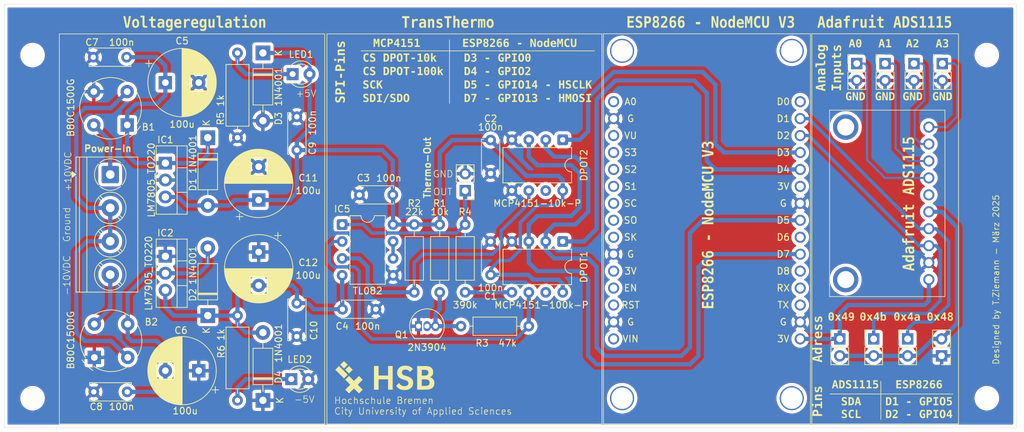
<source format=kicad_pcb>
(kicad_pcb (version 20241229) (generator "pcbnew") (generator_version "9.0")
  (title_block (title "Transistor-Thermometer") (date "2025-01-17") (company "HSB") (comment 1 "M 5.9 ELK WiSe2024/25"))
  (layers (0 "F.Cu" signal) (2 "B.Cu" signal) (13 "F.Paste" user) (15 "B.Paste" user) (5 "F.SilkS" user "F.Silkscreen") (7 "B.SilkS" user "B.Silkscreen") (1 "F.Mask" user) (3 "B.Mask" user) (25 "Edge.Cuts" user))
  (net 0 "")
  (net 2 "0")
  (net 3 "Net-(DPOT1-P0W)")
  (net 4 "Net-(DPOT1-P0A)")
  (net 5 "VEE")
  (net 6 "VCC")
  (net 8 "Net-(DPOT2-P0W)")
  (net 9 "Net-(IC3-D2-GPIO4)")
  (net 15 "/CSP100k")
  (net 17 "Net-(IC3-D1-GPIO5)")
  (net 21 "/CSP10k")
  (net 22 "/HSCLK")
  (net 23 "Net-(IC4-VDD)")
  (net 28 "/HMOSI")
  (net 29 "Net-(B1-+)")
  (net 35 "Net-(LED1-K)")
  (net 36 "Net-(LED2-K)")
  (net 37 "Net-(Q1-B)")
  (net 43 "Net-(IC4-A0)")
  (net 44 "Net-(IC4-A3)")
  (net 46 "Net-(IC4-A2)")
  (net 47 "Net-(IC4-ADDR)")
  (net 49 "Net-(IC4-A1)")
  (net 50 "/Ground")
  (net 51 "/+10V")
  (net 52 "Net-(B2--)")
  (net 53 "/-10V")
  (net 54 "Net-(J2-Pin_1)")
  (net 55 "Net-(IC5B--)")
  (footprint "Connector_PinHeader_2.54mm:PinHeader_1x02_P2.54mm_Vertical" (layer "F.Cu") (at 199.39 46.355)
    (property "Reference" "JP6" (hide yes))
    (property "Value" "Jumper_2_Open" (hide yes))
  )
  (footprint "Diode_THT:D_DO-41_SOD81_P10.16mm_Horizontal" (layer "F.Cu") (at 97.98889 84.1375 90)
    (property "Reference" "D2")
    (property "Value" "1N4001")
  )
  (footprint "Package_DIP:DIP-8_W7.62mm" (layer "F.Cu") (at 151.13 57.785 -90)
    (property "Reference" "DPOT2")
    (property "Value" "MCP4151-10k-P")
  )
  (footprint "Connector_PinHeader_2.54mm:PinHeader_1x02_P2.54mm_Vertical" (layer "F.Cu") (at 197.69 87.63)
    (property "Reference" "JP3" (hide yes))
    (property "Value" "Jumper_2_Open" (hide yes))
  )
  (footprint "Capacitor_THT:C_Disc_D5.0mm_W2.5mm_P5.00mm" (layer "F.Cu") (at 125.69 66.04 180)
    (property "Reference" "C3")
    (property "Value" "100n")
  )
  (footprint "Capacitor_THT:C_Disc_D6.0mm_W2.5mm_P5.00mm" (layer "F.Cu") (at 111.32389 87.2725 90)
    (property "Reference" "C10")
    (property "Value" "100n")
  )
  (footprint "Package_DIP:DIP-8_W7.62mm" (layer "F.Cu") (at 151.13 73.025 -90)
    (property "Reference" "DPOT1")
    (property "Value" "MCP4151-100k-P")
  )
  (footprint "Package_TO_SOT_THT:TO-220-3_Vertical" (layer "F.Cu") (at 91.63889 75.2475 -90)
    (property "Reference" "IC2")
    (property "Value" "LM7905_TO220")
  )
  (footprint "MountingHole:MountingHole_3.2mm_M3" (layer "F.Cu") (at 214.63 45.085)
    (property "Reference" "H2" (hide yes))
    (property "Value" "MountingHole" (hide yes))
  )
  (footprint "Diode_THT:D_DO-41_SOD81_P10.16mm_Horizontal" (layer "F.Cu") (at 97.98889 57.4675 -90)
    (property "Reference" "D1")
    (property "Value" "1N4001")
  )
  (footprint "Resistor_THT:R_Axial_DIN0309_L9.0mm_D3.2mm_P12.70mm_Horizontal" (layer "F.Cu") (at 102.43389 84.1375 -90)
    (property "Reference" "R6")
    (property "Value" "1k")
  )
  (footprint "LED_THT:LED_D3.0mm" (layer "F.Cu") (at 110.49 93.6625)
    (property "Reference" "LED2")
    (property "Value" "LED")
  )
  (footprint "Diode_THT:Diode_Bridge_Round_D9.0mm" (layer "F.Cu") (at 85.92389 55.5625 180)
    (property "Reference" "B1")
    (property "Value" "B80C1500G")
  )
  (footprint "Capacitor_THT:C_Disc_D5.0mm_W2.5mm_P5.00mm" (layer "F.Cu") (at 123.15 83.185 180)
    (property "Reference" "C4")
    (property "Value" "100n")
  )
  (footprint "MountingHole:MountingHole_3.2mm_M3" (layer "F.Cu") (at 71.755 96.52)
    (property "Reference" "H4" (hide yes))
    (property "Value" "MountingHole" (hide yes))
  )
  (footprint "Capacitor_THT:C_Disc_D6.0mm_W2.5mm_P5.00mm" (layer "F.Cu") (at 80.92389 95.5675)
    (property "Reference" "C8")
    (property "Value" "100n")
  )
  (footprint "Resistor_THT:R_Axial_DIN0207_L6.3mm_D2.5mm_P10.16mm_Horizontal" (layer "F.Cu") (at 132.715 70.485 -90)
    (property "Reference" "R1")
    (property "Value" "10k")
  )
  (footprint "Capacitor_THT:CP_Radial_D10.0mm_P5.00mm" (layer "F.Cu") (at 105.60889 74.6125 -90)
    (property "Reference" "C12")
    (property "Value" "100u")
  )
  (footprint "HSB:ESP8266-NodeMCU-V3" (layer "F.Cu") (at 172.72 72.39)
    (property "Reference" "IC3" (hide yes))
    (property "Value" "ESP8266 - NodeMCU V3")
  )
  (footprint "Resistor_THT:R_Axial_DIN0207_L6.3mm_D2.5mm_P10.16mm_Horizontal" (layer "F.Cu") (at 136.525 80.645 90)
    (property "Reference" "R4")
    (property "Value" "390k")
  )
  (footprint "TerminalBlock_Phoenix:TerminalBlock_Phoenix_PT-1,5-4-5.0-H_1x04_P5.00mm_Horizontal" (layer "F.Cu") (at 83.38389 62.9925 -90)
    (property "Reference" "J1" (hide yes))
    (property "Value" "+/- Input (15V-25V)")
  )
  (footprint "HSB:Adafruit-ADS1115" (layer "F.Cu") (at 205.945 78.74 90)
    (property "Reference" "IC4" (hide yes))
    (property "Value" "Adafruit-ADS1115" (hide yes))
  )
  (footprint "Capacitor_THT:C_Disc_D6.0mm_W2.5mm_P5.00mm" (layer "F.Cu") (at 111.32389 59.3325 90)
    (property "Reference" "C9")
    (property "Value" "100n")
  )
  (footprint "Connector_PinHeader_2.54mm:PinHeader_1x02_P2.54mm_Vertical" (layer "F.Cu") (at 203.7225 46.355)
    (property "Reference" "JP7" (hide yes))
    (property "Value" "Jumper_2_Open" (hide yes))
  )
  (footprint "Capacitor_THT:C_Disc_D5.0mm_W2.5mm_P5.00mm" (layer "F.Cu") (at 140.335 78.025 90)
    (property "Reference" "C1")
    (property "Value" "100n")
  )
  (footprint "Diode_THT:D_DO-41_SOD81_P10.16mm_Horizontal" (layer "F.Cu") (at 106.24389 44.7675 -90)
    (property "Reference" "D3")
    (property "Value" "1N4001")
  )
  (footprint "Package_DIP:DIP-8_W7.62mm" (layer "F.Cu") (at 118.11 70.485)
    (property "Reference" "IC5")
    (property "Value" "TL082")
  )
  (footprint "Capacitor_THT:C_Disc_D5.0mm_W2.5mm_P5.00mm" (layer "F.Cu") (at 140.335 57.825 -90)
    (property "Reference" "C2")
    (property "Value" "100n")
  )
  (footprint "Resistor_THT:R_Axial_DIN0207_L6.3mm_D2.5mm_P10.16mm_Horizontal" (layer "F.Cu") (at 128.905 70.485 -90)
    (property "Reference" "R2")
    (property "Value" "22k")
  )
  (footprint "Capacitor_THT:CP_Radial_D10.0mm_P5.00mm" (layer "F.Cu") (at 105.60889 66.820177 90)
    (property "Reference" "C11")
    (property "Value" "100u")
  )
  (footprint "LED_THT:LED_D3.0mm" (layer "F.Cu") (at 110.68889 47.9425)
    (property "Reference" "LED1")
    (property "Value" "LED")
  )
  (footprint "MountingHole:MountingHole_3.2mm_M3" (layer "F.Cu") (at 214.63 96.52)
    (property "Reference" "H3" (hide yes))
    (property "Value" "MountingHole" (hide yes))
  )
  (footprint "Diode_THT:Diode_Bridge_Round_D9.0mm" (layer "F.Cu") (at 81.00389 90.4075 90)
    (property "Reference" "B2")
    (property "Value" "B80C1500G")
  )
  (footprint "Capacitor_THT:C_Disc_D6.0mm_W2.5mm_P5.00mm" (layer "F.Cu") (at 85.84389 45.4025 180)
    (property "Reference" "C7")
    (property "Value" "100n")
  )
  (footprint "HSB:HSB-Logo" (layer "F.Cu") (at 124.46 93.345)
    (property "Reference" "G*" (hide yes))
    (property "Value" "LOGO" (hide yes))
  )
  (footprint "Connector_PinHeader_2.54mm:PinHeader_1x02_P2.54mm_Vertical" (layer "F.Cu") (at 207.85 90.17 180)
    (property "Reference" "JP1" (hide yes))
    (property "Value" "Jumper_2_Bridged" (hide yes))
  )
  (footprint "Connector_PinHeader_2.54mm:PinHeader_1x02_P2.54mm_Vertical" (layer "F.Cu") (at 195.155 46.35)
    (property "Reference" "JP5" (hide yes))
    (property "Value" "Jumper_2_Open" (hide yes))
  )
  (footprint "Capacitor_THT:CP_Radial_D10.0mm_P5.00mm" (layer "F.Cu") (at 91.63889 49.2125)
    (property "Reference" "C5")
    (property "Value" "100u")
  )
  (footprint "Connector_PinHeader_2.54mm:PinHeader_1x02_P2.54mm_Vertical" (layer "F.Cu") (at 192.61 87.63)
    (property "Reference" "JP2" (hide yes))
    (property "Value" "Jumper_2_Open" (hide yes))
  )
  (footprint "Resistor_THT:R_Axial_DIN0207_L6.3mm_D2.5mm_P10.16mm_Horizontal" (layer "F.Cu") (at 135.89 85.725)
    (property "Reference" "R3")
    (property "Value" "47k")
  )
  (footprint "Connector_PinHeader_2.54mm:PinHeader_1x02_P2.54mm_Vertical" (layer "F.Cu") (at 202.77 87.63)
    (property "Reference" "JP4" (hide yes))
    (property "Value" "Jumper_2_Open" (hide yes))
  )
  (footprint "MountingHole:MountingHole_3.2mm_M3" (layer "F.Cu") (at 71.755 45.085)
    (property "Reference" "H1" (hide yes))
    (property "Value" "MountingHole" (hide yes))
  )
  (footprint "Package_TO_SOT_THT:TO-220-3_Vertical" (layer "F.Cu") (at 91.63889 61.2775 -90)
    (property "Reference" "IC1")
    (property "Value" "LM7805_TO220")
  )
  (footprint "Diode_THT:D_DO-41_SOD81_P10.16mm_Horizontal" (layer "F.Cu") (at 106.24389 96.8375 90)
    (property "Reference" "D4")
    (property "Value" "1N4001")
  )
  (footprint "Connector_PinHeader_2.54mm:PinHeader_1x02_P2.54mm_Vertical" (layer "F.Cu") (at 207.9625 46.355)
    (property "Reference" "JP8" (hide yes))
    (property "Value" "Jumper_2_Open" (hide yes))
  )
  (footprint "Package_TO_SOT_THT:TO-92_Inline" (layer "F.Cu") (at 129.54 85.725)
    (property "Reference" "Q1")
    (property "Value" "2N3904")
  )
  (footprint "Resistor_THT:R_Axial_DIN0309_L9.0mm_D3.2mm_P12.70mm_Horizontal" (layer "F.Cu") (at 102.43389 57.4675 90)
    (property "Reference" "R5")
    (property "Value" "1k")
  )
  (footprint "Connector_PinHeader_2.54mm:PinHeader_1x02_P2.54mm_Vertical" (layer "F.Cu") (at 136.525 65.41 180)
    (property "Reference" "J2" (hide yes))
    (property "Value" "Conn_01x02_Socket" (hide yes))
  )
  (footprint "Capacitor_THT:CP_Radial_D10.0mm_P5.00mm" (layer "F.Cu") (at 96.63889 92.3925 180)
    (property "Reference" "C6")
    (property "Value" "100u")
  )
  (gr_line (start 120.9675 44.45) (end 155.8925 44.45) (stroke (width 0.1)) (layer "F.SilkS"))
  (gr_line (start 134.181185 42.798522) (end 134.181185 52.323522) (stroke (width 0.1)) (layer "F.SilkS"))
  (gr_line (start 191.135 95.885) (end 209.55 95.885) (stroke (width 0.1)) (layer "F.SilkS"))
  (gr_rect (start 115.83 41.91) (end 156.99254 100.41) (stroke (width 0.1)) (fill no) (layer "F.SilkS"))
  (gr_line (start 198.755 93.98) (end 198.755 99.695) (stroke (width 0.1)) (layer "F.SilkS"))
  (gr_rect (start 188.425 41.89) (end 210.39 100.39) (stroke (width 0.1)) (fill no) (layer "F.SilkS"))
  (gr_rect (start 75.76389 41.91) (end 115.497643 100.41) (stroke (width 0.1)) (fill no) (layer "F.SilkS"))
  (gr_poly (pts (xy 67.515 37.465) (xy 219.075 37.465) (xy 219.075 100.965) (xy 67.515 100.965)) (stroke (width 0.05)) (fill no) (layer "Edge.Cuts"))
  (gr_text "OUT" (at 131.681729 66.160478 0) (layer "F.SilkS") (effects (font (size 1 1) (thickness 0.1)) (justify left bottom)))
  (gr_text "0x4a" (at 200.66 85.09 0) (layer "F.SilkS") (effects (font (size 1.2 1.2) (thickness 0.24) (bold yes)) (justify left bottom)))
  (gr_text "Power-In" (at 79.375 59.69 0) (layer "F.SilkS") (effects (font (size 1 1) (thickness 0.2) (bold yes)) (justify left bottom)))
  (gr_text "A0" (at 194.95 44.1325 0) (layer "F.SilkS") (effects (font (size 1.2 1.2) (thickness 0.24) (bold yes)) (justify bottom)))
  (gr_text "Pins" (at 190.198861 96.973833 90) (layer "F.SilkS") (effects (font (size 1.4 1.4) (thickness 0.2) (bold yes)) (justify bottom)))
  (gr_text "ESP8266 - NodeMCU V3" (at 173.99 83.185 90) (layer "F.SilkS") (effects (font (size 1.7 1.5) (thickness 0.3) (bold yes)) (justify left bottom)))
  (gr_text "Hochschule Bremen\nCity University of Applied Sciences" (at 116.84 99.06 0) (layer "F.SilkS") (effects (font (size 1 1) (thickness 0.1)) (justify left bottom)))
  (gr_text "Ground" (at 77.47 70.485 90) (layer "F.SilkS") (effects (font (size 1 1) (thickness 0.1)) (justify bottom)))
  (gr_text "Adafruit ADS1115" (at 189.23 41.275 0) (layer "F.SilkS") (effects (font (size 1.7 1.5) (thickness 0.3) (bold yes)) (justify left bottom)))
  (gr_text "Voltageregulation" (at 85.28889 41.275 0) (layer "F.SilkS") (effects (font (size 1.7 1.5) (thickness 0.3) (bold yes)) (justify left bottom)))
  (gr_text "0x49" (at 190.8175 85.09 0) (layer "F.SilkS") (effects (font (size 1.2 1.2) (thickness 0.24) (bold yes)) (justify left bottom)))
  (gr_text "SCL" (at 194.31 99.695 0) (layer "F.SilkS") (effects (font (size 1.2 1.2) (thickness 0.24) (bold yes)) (justify bottom)))
  (gr_text "GND" (at 194.945 52.07 0) (layer "F.SilkS") (effects (font (size 1.2 1.2) (thickness 0.24) (bold yes)) (justify bottom)))
  (gr_text "+10VDC" (at 77.65389 62.5525 90) (layer "F.SilkS") (effects (font (size 1 1) (thickness 0.1)) (justify bottom)))
  (gr_text "CS DPOT-10k    D3 - GPIO0\nCS DPOT-100k   D4 - GPIO2\nSCK            D5 - GPIO14 - HSCLK\nSDI/SDO        D7 - GPIO13 - HMOSI\n" (at 121.163685 52.323522 0) (layer "F.SilkS") (effects (font (size 1.2 1.2) (thickness 0.24) (bold yes)) (justify left bottom)))
  (gr_text "D2 - GPIO4" (at 204.47 99.695 0) (layer "F.SilkS") (effects (font (size 1.2 1.2) (thickness 0.24) (bold yes)) (justify bottom)))
  (gr_text "ADS1115" (at 194.945 95.25 0) (layer "F.SilkS") (effects (font (size 1.2 1.2) (thickness 0.24) (bold yes)) (justify bottom)))
  (gr_text "0x4b" (at 195.58 85.09 0) (layer "F.SilkS") (effects (font (size 1.2 1.2) (thickness 0.24) (bold yes)) (justify left bottom)))
  (gr_text "Analog\nInputs" (at 193.04 46.99 90) (layer "F.SilkS") (effects (font (size 1.4 1.4) (thickness 0.2) (bold yes)) (justify bottom)))
  (gr_text "GND" (at 131.625657 63.497061 0) (layer "F.SilkS") (effects (font (size 1 1) (thickness 0.1)) (justify left bottom)))
  (gr_text "ESP8266 - NodeMCU" (at 136.086185 44.068522 0) (layer "F.SilkS") (effects (font (size 1.2 1.2) (thickness 0.2) (bold yes)) (justify left bottom)))
  (gr_text "-10VDC" (at 77.47 78.105 90) (layer "F.SilkS") (effects (font (size 1 1) (thickness 0.1)) (justify bottom)))
  (gr_text "+5V" (at 111.125 51.435 0) (layer "F.SilkS") (effects (font (size 1 1) (thickness 0.1)) (justify left bottom)))
  (gr_text "-5V" (at 110.862883 97.287051 0) (layer "F.SilkS") (effects (font (size 1 1) (thickness 0.1)) (justify left bottom)))
  (gr_text "GND" (at 203.5175 52.07 0) (layer "F.SilkS") (effects (font (size 1.2 1.2) (thickness 0.24) (bold yes)) (justify bottom)))
  (gr_text "ESP8266" (at 204.47 95.25 0) (layer "F.SilkS") (effects (font (size 1.2 1.2) (thickness 0.24) (bold yes)) (justify bottom)))
  (gr_text "MCP4151" (at 122.751185 44.068522 0) (layer "F.SilkS") (effects (font (size 1.2 1.2) (thickness 0.2) (bold yes)) (justify left bottom)))
  (gr_text "Designed by T.Ziemann - März 2025" (at 216.535 78.74 90) (layer "F.SilkS") (effects (font (size 0.9 0.9) (thickness 0.1125)) (justify bottom)))
  (gr_text "GND" (at 207.9625 52.07 0) (layer "F.SilkS") (effects (font (size 1.2 1.2) (thickness 0.24) (bold yes)) (justify bottom)))
  (gr_text "Adafruit ADS1115" (at 204.04 77.47 90) (layer "F.SilkS") (effects (font (size 1.7 1.5) (thickness 0.3) (bold yes)) (justify left bottom)))
  (gr_text "Thermo-Out" (at 131.445 66.675 90) (layer "F.SilkS") (effects (font (size 1 1) (thickness 0.2) (bold yes)) (justify left bottom)))
  (gr_text "Adress" (at 190.200268 87.63 90) (layer "F.SilkS") (effects (font (size 1.4 1.4) (thickness 0.2) (bold yes)) (justify bottom)))
  (gr_text "ESP8266 - NodeMCU V3" (at 160.655 41.275 0) (layer "F.SilkS") (effects (font (size 1.7 1.5) (thickness 0.3) (bold yes)) (justify left bottom)))
  (gr_text "A1" (at 199.39 44.1325 0) (layer "F.SilkS") (effects (font (size 1.2 1.2) (thickness 0.24) (bold yes)) (justify bottom)))
  (gr_text "D1 - GPIO5" (at 204.47 97.79 0) (layer "F.SilkS") (effects (font (size 1.2 1.2) (thickness 0.24) (bold yes)) (justify bottom)))
  (gr_text "GND" (at 199.39 52.07 0) (layer "F.SilkS") (effects (font (size 1.2 1.2) (thickness 0.24) (bold yes)) (justify bottom)))
  (gr_text "A2" (at 203.5175 44.1325 0) (layer "F.SilkS") (effects (font (size 1.2 1.2) (thickness 0.24) (bold yes)) (justify bottom)))
  (gr_text "SDA" (at 194.31 97.79 0) (layer "F.SilkS") (effects (font (size 1.2 1.2) (thickness 0.24) (bold yes)) (justify bottom)))
  (gr_text "0x48" (at 207.645 85.09 0) (layer "F.SilkS") (effects (font (size 1.2 1.2) (thickness 0.24) (bold yes)) (justify bottom)))
  (gr_text "A3" (at 207.9625 44.1325 0) (layer "F.SilkS") (effects (font (size 1.2 1.2) (thickness 0.24) (bold yes)) (justify bottom)))
  (gr_text "TransThermo" (at 127 41.275 0) (layer "F.SilkS") (effects (font (size 1.7 1.5) (thickness 0.3) (bold yes)) (justify left bottom)))
  (gr_text "SPI-Pins" (at 118.745 52.323522 90) (layer "F.SilkS") (effects (font (size 1.4 1.4) (thickness 0.2) (bold yes)) (justify left bottom)))
  (segment (start 105.60889 71.755) (end 105.60889 74.6125) (width 0.508) (layer "B.Cu") (net 2))
  (segment (start 125.73 78.105) (end 119.38 71.755) (width 0.508) (layer "B.Cu") (net 2))
  (segment (start 119.38 71.755) (end 105.60889 71.755) (width 0.508) (layer "B.Cu") (net 2))
  (segment (start 122.555 87.63) (end 144.145 87.63) (width 0.508) (layer "B.Cu") (net 3))
  (segment (start 116.205 73.66) (end 116.205 76.2) (width 0.508) (layer "B.Cu") (net 3))
  (segment (start 118.11 73.025) (end 116.84 73.025) (width 0.508) (layer "B.Cu") (net 3))
  (segment (start 116.84 76.835) (end 120.015 76.835) (width 0.508) (layer "B.Cu") (net 3))
  (segment (start 116.205 76.2) (end 116.84 76.835) (width 0.508) (layer "B.Cu") (net 3))
  (segment (start 120.65 77.47) (end 120.65 85.725) (width 0.508) (layer "B.Cu") (net 3))
  (segment (start 144.145 87.63) (end 146.05 85.725) (width 0.508) (layer "B.Cu") (net 3))
  (segment (start 116.84 73.025) (end 116.205 73.66) (width 0.508) (layer "B.Cu") (net 3))
  (segment (start 120.015 76.835) (end 120.65 77.47) (width 0.508) (layer "B.Cu") (net 3))
  (segment (start 120.65 85.725) (end 122.555 87.63) (width 0.508) (layer "B.Cu") (net 3))
  (segment (start 146.05 85.725) (end 146.05 80.645) (width 0.635) (layer "B.Cu") (net 3))
  (segment (start 143.51 80.645) (end 136.525 80.645) (width 0.635) (layer "B.Cu") (net 4))
  (segment (start 110.60889 79.6125) (end 111.32389 80.3275) (width 0.635) (layer "B.Cu") (net 5))
  (segment (start 111.32389 80.3275) (end 111.32389 82.2725) (width 0.635) (layer "B.Cu") (net 5))
  (segment (start 105.60889 79.6125) (end 110.60889 79.6125) (width 0.635) (layer "B.Cu") (net 5))
  (segment (start 118.11 78.105) (end 118.11 83.145) (width 0.635) (layer "B.Cu") (net 5))
  (segment (start 113.86389 83.185) (end 112.95139 82.2725) (width 0.635) (layer "B.Cu") (net 5))
  (segment (start 102.43389 80.9625) (end 103.78389 79.6125) (width 0.635) (layer "B.Cu") (net 5))
  (segment (start 102.43389 84.1375) (end 102.43389 85.4075) (width 0.635) (layer "B.Cu") (net 5))
  (segment (start 103.78389 79.6125) (end 105.60889 79.6125) (width 0.635) (layer "B.Cu") (net 5))
  (segment (start 103.70389 86.6775) (end 106.24389 86.6775) (width 0.635) (layer "B.Cu") (net 5))
  (segment (start 97.98889 84.1375) (end 102.43389 84.1375) (width 0.635) (layer "B.Cu") (net 5))
  (segment (start 102.43389 84.1375) (end 102.43389 80.9625) (width 0.635) (layer "B.Cu") (net 5))
  (segment (start 102.43389 85.4075) (end 103.70389 86.6775) (width 0.635) (layer "B.Cu") (net 5))
  (segment (start 92.90889 84.1375) (end 97.98889 84.1375) (width 0.635) (layer "B.Cu") (net 5))
  (segment (start 91.63889 80.3275) (end 91.63889 82.8675) (width 0.635) (layer "B.Cu") (net 5))
  (segment (start 91.63889 82.8675) (end 92.90889 84.1375) (width 0.635) (layer "B.Cu") (net 5))
  (segment (start 112.95139 82.2725) (end 111.32389 82.2725) (width 0.635) (layer "B.Cu") (net 5))
  (segment (start 118.11 83.145) (end 118.15 83.185) (width 0.635) (layer "B.Cu") (net 5))
  (segment (start 118.15 83.185) (end 113.86389 83.185) (width 0.635) (layer "B.Cu") (net 5))
  (segment (start 125.73 70.485) (end 125.73 66.08) (width 0.635) (layer "B.Cu") (net 6))
  (segment (start 146.685 78.74) (end 145.97 78.025) (width 0.635) (layer "B.Cu") (net 6))
  (segment (start 91.63889 66.3575) (end 93.54389 66.3575) (width 0.635) (layer "B.Cu") (net 6))
  (segment (start 151.13 66.675) (end 150.1775 67.6275) (width 0.508) (layer "B.Cu") (net 6))
  (segment (start 145.97 78.025) (end 140.335 78.025) (width 0.635) (layer "B.Cu") (net 6))
  (segment (start 132.715 70.485) (end 132.715 59.69) (width 0.635) (layer "B.Cu") (net 6))
  (segment (start 125.69 66.04) (end 125.69 60.92) (width 0.635) (layer "B.Cu") (net 6))
  (segment (start 150.495 78.74) (end 146.685 78.74) (width 0.635) (layer "B.Cu") (net 6))
  (segment (start 113.22889 56.1975) (end 113.22889 47.9425) (width 0.635) (layer "B.Cu") (net 6))
  (segment (start 101.16389 67.6275) (end 101.971213 66.820177) (width 0.635) (layer "B.Cu") (net 6))
  (segment (start 145.6925 63.1825) (end 150.495 63.1825) (width 0.635) (layer "B.Cu") (net 6))
  (segment (start 150.495 63.1825) (end 151.13 63.8175) (width 0.635) (layer "B.Cu") (net 6))
  (segment (start 143.1925 75.8825) (end 141.605 75.8825) (width 0.508) (layer "B.Cu") (net 6))
  (segment (start 151.13 79.375) (end 150.495 78.74) (width 0.635) (layer "B.Cu") (net 6))
  (segment (start 134.58 57.825) (end 140.335 57.825) (width 0.635) (layer "B.Cu") (net 6))
  (segment (start 132.715 59.69) (end 134.58 57.825) (width 0.635) (layer "B.Cu") (net 6))
  (segment (start 151.13 80.645) (end 151.13 79.375) (width 0.635) (layer "B.Cu") (net 6))
  (segment (start 132.715 70.485) (end 128.905 70.485) (width 0.635) (layer "B.Cu") (net 6))
  (segment (start 97.98889 67.6275) (end 101.16389 67.6275) (width 0.635) (layer "B.Cu") (net 6))
  (segment (start 140.335 77.1525) (end 140.335 78.025) (width 0.508) (layer "B.Cu") (net 6))
  (segment (start 125.73 66.08) (end 125.69 66.04) (width 0.635) (layer "B.Cu") (net 6))
  (segment (start 110.226213 66.820177) (end 111.32389 65.7225) (width 0.635) (layer "B.Cu") (net 6))
  (segment (start 150.1775 67.6275) (end 147.32 67.6275) (width 0.508) (layer "B.Cu") (net 6))
  (segment (start 105.60889 66.820177) (end 110.226213 66.820177) (width 0.635) (layer "B.Cu") (net 6))
  (segment (start 111.32389 58.1025) (end 113.22889 56.1975) (width 0.635) (layer "B.Cu") (net 6))
  (segment (start 151.13 65.405) (end 151.13 66.675) (width 0.508) (layer "B.Cu") (net 6))
  (segment (start 151.13 63.8175) (end 151.13 65.405) (width 0.635) (layer "B.Cu") (net 6))
  (segment (start 111.32389 59.3325) (end 111.32389 58.1025) (width 0.635) (layer "B.Cu") (net 6))
  (segment (start 113.22889 46.0375) (end 111.95889 44.7675) (width 0.635) (layer "B.Cu") (net 6))
  (segment (start 111.95889 44.7675) (end 106.24389 44.7675) (width 0.635) (layer "B.Cu") (net 6))
  (segment (start 140.335 57.825) (end 145.6925 63.1825) (width 0.635) (layer "B.Cu") (net 6))
  (segment (start 144.78 70.1675) (end 144.78 74.295) (width 0.508) (layer "B.Cu") (net 6))
  (segment (start 147.32 67.6275) (end 144.78 70.1675) (width 0.508) (layer "B.Cu") (net 6))
  (segment (start 113.22889 47.9425) (end 113.22889 46.0375) (width 0.635) (layer "B.Cu") (net 6))
  (segment (start 128.905 70.485) (end 125.73 70.485) (width 0.635) (layer "B.Cu") (net 6))
  (segment (start 93.54389 66.3575) (end 94.81389 67.6275) (width 0.635) (layer "B.Cu") (net 6))
  (segment (start 111.32389 65.7225) (end 111.32389 59.3325) (width 0.635) (layer "B.Cu") (net 6))
  (segment (start 94.81389 67.6275) (end 97.98889 67.6275) (width 0.635) (layer "B.Cu") (net 6))
  (segment (start 141.605 75.8825) (end 140.335 77.1525) (width 0.508) (layer "B.Cu") (net 6))
  (segment (start 125.69 60.92) (end 124.1025 59.3325) (width 0.635) (layer "B.Cu") (net 6))
  (segment (start 101.971213 66.820177) (end 105.60889 66.820177) (width 0.635) (layer "B.Cu") (net 6))
  (segment (start 144.78 74.295) (end 143.1925 75.8825) (width 0.508) (layer "B.Cu") (net 6))
  (segment (start 124.1025 59.3325) (end 111.32389 59.3325) (width 0.635) (layer "B.Cu") (net 6))
  (segment (start 141.9225 73.66) (end 140.6525 74.93) (width 0.508) (layer "B.Cu") (net 8))
  (segment (start 146.05 65.405) (end 146.05 67.31) (width 0.508) (layer "B.Cu") (net 8))
  (segment (start 141.9225 71.4375) (end 141.9225 73.66) (width 0.508) (layer "B.Cu") (net 8))
  (segment (start 146.05 67.31) (end 141.9225 71.4375) (width 0.508) (layer "B.Cu") (net 8))
  (segment (start 120.65 75.565) (end 121.92 76.835) (width 0.635) (layer "B.Cu") (net 8))
  (segment (start 140.6525 74.93) (end 130.175 74.93) (width 0.508) (layer "B.Cu") (net 8))
  (segment (start 130.175 74.93) (end 128.905 76.2) (width 0.508) (layer "B.Cu") (net 8))
  (segment (start 121.92 79.375) (end 123.19 80.645) (width 0.635) (layer "B.Cu") (net 8))
  (segment (start 121.92 76.835) (end 121.92 79.375) (width 0.635) (layer "B.Cu") (net 8))
  (segment (start 128.905 76.2) (end 128.905 80.645) (width 0.508) (layer "B.Cu") (net 8))
  (segment (start 118.11 75.565) (end 120.65 75.565) (width 0.635) (layer "B.Cu") (net 8))
  (segment (start 123.19 80.645) (end 128.905 80.645) (width 0.635) (layer "B.Cu") (net 8))
  (segment (start 207.01 73.66) (end 207.645 74.295) (width 0.508) (layer "B.Cu") (net 9))
  (segment (start 186.69 57.15) (end 187.96 57.15) (width 0.508) (layer "B.Cu") (net 9))
  (segment (start 207.645 81.915) (end 205.74 83.82) (width 0.508) (layer "B.Cu") (net 9))
  (segment (start 207.645 74.295) (end 207.645 81.915) (width 0.508) (layer "B.Cu") (net 9))
  (segment (start 187.96 57.15) (end 204.47 73.66) (width 0.508) (layer "B.Cu") (net 9))
  (segment (start 197.69 84.885) (end 197.69 87.63) (width 0.508) (layer "B.Cu") (net 9))
  (segment (start 204.47 73.66) (end 205.945 73.66) (width 0.508) (layer "B.Cu") (net 9))
  (segment (start 198.755 83.82) (end 197.69 84.885) (width 0.508) (layer "B.Cu") (net 9))
  (segment (start 205.74 83.82) (end 198.755 83.82) (width 0.508) (layer "B.Cu") (net 9))
  (segment (start 205.945 73.66) (end 207.01 73.66) (width 0.508) (layer "B.Cu") (net 9))
  (segment (start 159.024066 48.895) (end 156.21 51.709066) (width 0.635) (layer "B.Cu") (net 15))
  (segment (start 172.72 60.96) (end 172.72 50.8) (width 0.635) (layer "B.Cu") (net 15))
  (segment (start 186.69 62.23) (end 173.99 62.23) (width 0.635) (layer "B.Cu") (net 15))
  (segment (start 170.815 48.895) (end 159.024066 48.895) (width 0.635) (layer "B.Cu") (net 15))
  (segment (start 156.21 71.12) (end 154.305 73.025) (width 0.635) (layer "B.Cu") (net 15))
  (segment (start 151.13 73.025) (end 154.305 73.025) (width 0.635) (layer "B.Cu") (net 15))
  (segment (start 173.99 62.23) (end 172.72 60.96) (width 0.635) (layer "B.Cu") (net 15))
  (segment (start 156.21 51.709066) (end 156.21 71.12) (width 0.635) (layer "B.Cu") (net 15))
  (segment (start 172.72 50.8) (end 170.815 48.895) (width 0.635) (layer "B.Cu") (net 15))
  (segment (start 187.96 54.61) (end 204.47 71.12) (width 0.508) (layer "B.Cu") (net 17))
  (segment (start 205.945 71.12) (end 207.01 71.12) (width 0.508) (layer "B.Cu") (net 17))
  (segment (start 207.01 71.12) (end 208.915 73.025) (width 0.508) (layer "B.Cu") (net 17))
  (segment (start 186.69 54.61) (end 187.96 54.61) (width 0.508) (layer "B.Cu") (net 17))
  (segment (start 204.47 71.12) (end 205.945 71.12) (width 0.508) (layer "B.Cu") (net 17))
  (segment (start 208.915 82.55) (end 206.375 85.09) (width 0.508) (layer "B.Cu") (net 17))
  (segment (start 206.375 85.09) (end 203.835 85.09) (width 0.508) (layer "B.Cu") (net 17))
  (segment (start 203.835 85.09) (end 202.77 86.155) (width 0.508) (layer "B.Cu") (net 17))
  (segment (start 208.915 73.025) (end 208.915 82.55) (width 0.508) (layer "B.Cu") (net 17))
  (segment (start 202.77 86.155) (end 202.77 87.63) (width 0.508) (layer "B.Cu") (net 17))
  (segment (start 186.69 59.69) (end 175.26 59.69) (width 0.635) (layer "B.Cu") (net 21))
  (segment (start 154.94 51.435) (end 154.94 56.515) (width 0.635) (layer "B.Cu") (net 21))
  (segment (start 154.94 56.515) (end 153.67 57.785) (width 0.635) (layer "B.Cu") (net 21))
  (segment (start 172.085 47.625) (end 158.75 47.625) (width 0.635) (layer "B.Cu") (net 21))
  (segment (start 158.75 47.625) (end 154.94 51.435) (width 0.635) (layer "B.Cu") (net 21))
  (segment (start 175.26 59.69) (end 173.99 58.42) (width 0.635) (layer "B.Cu") (net 21))
  (segment (start 173.99 49.53) (end 172.085 47.625) (width 0.635) (layer "B.Cu") (net 21))
  (segment (start 173.99 58.42) (end 173.99 49.53) (width 0.635) (layer "B.Cu") (net 21))
  (segment (start 153.67 57.785) (end 151.13 57.785) (width 0.635) (layer "B.Cu") (net 21))
  (segment (start 156.21 76.835) (end 156.21 88.9) (width 0.635) (layer "B.Cu") (net 22))
  (segment (start 168.91 90.17) (end 170.18 88.9) (width 0.635) (layer "B.Cu") (net 22))
  (segment (start 170.18 71.755) (end 172.085 69.85) (width 0.635) (layer "B.Cu") (net 22))
  (segment (start 153.035 70.485) (end 154.94 68.58) (width 0.635) (layer "B.Cu") (net 22))
  (segment (start 154.94 62.23) (end 153.035 60.325) (width 0.635) (layer "B.Cu") (net 22))
  (segment (start 170.18 88.9) (end 170.18 71.755) (width 0.635) (layer "B.Cu") (net 22))
  (segment (start 149.86 60.325) (end 148.59 59.055) (width 0.635) (layer "B.Cu") (net 22))
  (segment (start 156.21 88.9) (end 157.48 90.17) (width 0.635) (layer "B.Cu") (net 22))
  (segment (start 148.59 73.025) (end 148.59 74.295) (width 0.635) (layer "B.Cu") (net 22))
  (segment (start 172.085 69.85) (end 186.69 69.85) (width 0.635) (layer "B.Cu") (net 22))
  (segment (start 148.59 59.055) (end 148.59 57.785) (width 0.635) (layer "B.Cu") (net 22))
  (segment (start 154.94 75.565) (end 156.21 76.835) (width 0.635) (layer "B.Cu") (net 22))
  (segment (start 154.94 68.58) (end 154.94 62.23) (width 0.635) (layer "B.Cu") (net 22))
  (segment (start 148.59 73.025) (end 148.59 71.755) (width 0.635) (layer "B.Cu") (net 22))
  (segment (start 149.86 75.565) (end 154.94 75.565) (width 0.635) (layer "B.Cu") (net 22))
  (segment (start 157.48 90.17) (end 168.91 90.17) (width 0.635) (layer "B.Cu") (net 22))
  (segment (start 148.59 74.295) (end 149.86 75.565) (width 0.635) (layer "B.Cu") (net 22))
  (segment (start 149.86 70.485) (end 153.035 70.485) (width 0.635) (layer "B.Cu") (net 22))
  (segment (start 148.59 71.755) (end 149.86 70.485) (width 0.635) (layer "B.Cu") (net 22))
  (segment (start 153.035 60.325) (end 149.86 60.325) (width 0.635) (layer "B.Cu") (net 22))
  (segment (start 193.88 82.55) (end 205.31 82.55) (width 0.635) (layer "B.Cu") (net 23))
  (segment (start 205.31 82.55) (end 205.945 81.915) (width 0.635) (layer "B.Cu") (net 23))
  (segment (start 186.895 87.63) (end 192.61 87.63) (width 0.635) (layer "B.Cu") (net 23))
  (segment (start 205.945 81.915) (end 205.945 78.74) (width 0.635) (layer "B.Cu") (net 23))
  (segment (start 192.61 87.63) (end 192.61 83.82) (width 0.635) (layer "B.Cu") (net 23))
  (segment (start 192.61 83.82) (end 193.88 82.55) (width 0.635) (layer "B.Cu") (net 23))
  (segment (start 173.355 74.93) (end 186.69 74.93) (width 0.635) (layer "B.Cu") (net 28))
  (segment (start 156.21 91.44) (end 170.18 91.44) (width 0.635) (layer "B.Cu") (net 28))
  (segment (start 147.32 61.595) (end 152.4 61.595) (width 0.635) (layer "B.Cu") (net 28))
  (segment (start 171.45 90.17) (end 171.45 76.835) (width 0.635) (layer "B.Cu") (net 28))
  (segment (start 153.67 62.865) (end 153.67 67.945) (width 0.635) (layer "B.Cu") (net 28))
  (segment (start 146.05 60.325) (end 147.32 61.595) (width 0.635) (layer "B.Cu") (net 28))
  (segment (start 147.32 77.47) (end 153.67 77.47) (width 0.635) (layer "B.Cu") (net 28))
  (segment (start 147.32 69.215) (end 146.05 70.485) (width 0.635) (layer "B.Cu") (net 28))
  (segment (start 152.4 69.215) (end 147.32 69.215) (width 0.635) (layer "B.Cu") (net 28))
  (segment (start 154.94 78.74) (end 154.94 90.17) (width 0.635) (layer "B.Cu") (net 28))
  (segment (start 170.18 91.44) (end 171.45 90.17) (width 0.635) (layer "B.Cu") (net 28))
  (segment (start 146.05 73.025) (end 146.05 76.2) (width 0.635) (layer "B.Cu") (net 28))
  (segment (start 146.05 76.2) (end 147.32 77.47) (width 0.635) (layer "B.Cu") (net 28))
  (segment (start 154.94 90.17) (end 156.21 91.44) (width 0.635) (layer "B.Cu") (net 28))
  (segment (start 146.05 57.785) (end 146.05 60.325) (width 0.635) (layer "B.Cu") (net 28))
  (segment (start 171.45 76.835) (end 173.355 74.93) (width 0.635) (layer "B.Cu") (net 28))
  (segment (start 153.67 77.47) (end 154.94 78.74) (width 0.635) (layer "B.Cu") (net 28))
  (segment (start 152.4 61.595) (end 153.67 62.865) (width 0.635) (layer "B.Cu") (net 28))
  (segment (start 153.67 67.945) (end 152.4 69.215) (width 0.635) (layer "B.Cu") (net 28))
  (segment (start 146.05 70.485) (end 146.05 73.025) (width 0.635) (layer "B.Cu") (net 28))
  (segment (start 91.63889 46.6725) (end 91.63889 49.2125) (width 0.635) (layer "B.Cu") (net 29))
  (segment (start 91.63889 61.2775) (end 96.71889 61.2775) (width 0.635) (layer "B.Cu") (net 29))
  (segment (start 85.84389 45.4025) (end 90.36889 45.4025) (width 0.635) (layer "B.Cu") (net 29))
  (segment (start 85.92389 55.5625) (end 85.92389 60.0075) (width 0.635) (layer "B.Cu") (net 29))
  (segment (start 96.71889 61.2775) (end 97.98889 60.0075) (width 0.635) (layer "B.Cu") (net 29))
  (segment (start 90.36889 45.4025) (end 91.63889 46.6725) (width 0.635) (layer "B.Cu") (net 29))
  (segment (start 90.36889 52.3875) (end 87.19389 52.3875) (width 0.635) (layer "B.Cu") (net 29))
  (segment (start 97.98889 60.0075) (end 97.98889 57.4675) (width 0.635) (layer "B.Cu") (net 29))
  (segment (start 85.92389 53.6575) (end 85.92389 55.5625) (width 0.635) (layer "B.Cu") (net 29))
  (segment (start 91.63889 51.1175) (end 90.36889 52.3875) (width 0.635) (layer "B.Cu") (net 29))
  (segment (start 85.92389 60.0075) (end 87.19389 61.2775) (width 0.635) (layer "B.Cu") (net 29))
  (segment (start 87.19389 61.2775) (end 91.63889 61.2775) (width 0.635) (layer "B.Cu") (net 29))
  (segment (start 91.63889 49.2125) (end 91.63889 51.1175) (width 0.635) (layer "B.Cu") (net 29))
  (segment (start 87.19389 52.3875) (end 85.92389 53.6575) (width 0.635) (layer "B.Cu") (net 29))
  (segment (start 110.68889 47.9425) (end 103.70389 47.9425) (width 0.635) (layer "B.Cu") (net 35))
  (segment (start 102.43389 46.6725) (end 102.43389 44.7675) (width 0.635) (layer "B.Cu") (net 35))
  (segment (start 103.70389 47.9425) (end 102.43389 46.6725) (width 0.635) (layer "B.Cu") (net 35))
  (segment (start 103.70389 93.6625) (end 102.43389 94.9325) (width 0.635) (layer "B.Cu") (net 36))
  (segment (start 102.43389 94.9325) (end 102.43389 96.8375) (width 0.635) (layer "B.Cu") (net 36))
  (segment (start 110.05389 93.6625) (end 103.70389 93.6625) (width 0.635) (layer "B.Cu") (net 36))
  (segment (start 132.08 85.725) (end 130.81 85.725) (width 0.635) (layer "B.Cu") (net 37))
  (segment (start 132.08 85.725) (end 132.08 83.82) (width 0.635) (layer "B.Cu") (net 37))
  (segment (start 135.89 85.725) (end 132.08 85.725) (width 0.635) (layer "B.Cu") (net 37))
  (segment (start 132.08 83.82) (end 132.715 83.185) (width 0.635) (layer "B.Cu") (net 37))
  (segment (start 132.715 83.185) (end 132.715 80.645) (width 0.635) (layer "B.Cu") (net 37))
  (segment (start 195.155 46.35) (end 196.312418 46.35) (width 0.3175) (layer "B.Cu") (net 43))
  (segment (start 196.695337 46.732919) (end 196.695337 60.805337) (width 0.3175) (layer "B.Cu") (net 43))
  (segment (start 199.39 63.5) (end 205.945 63.5) (width 0.3175) (layer "B.Cu") (net 43))
  (segment (start 196.312418 46.35) (end 196.695337 46.732919) (width 0.3175) (layer "B.Cu") (net 43))
  (segment (start 196.695337 60.805337) (end 199.39 63.5) (width 0.3175) (layer "B.Cu") (net 43))
  (segment (start 207.9625 46.355) (end 209.780348 46.355) (width 0.3175) (layer "B.Cu") (net 44))
  (segment (start 208.5975 55.88) (end 205.945 55.88) (width 0.3175) (layer "B.Cu") (net 44))
  (segment (start 210.185 46.759652) (end 210.185 54.2925) (width 0.3175) (layer "B.Cu") (net 44))
  (segment (start 210.185 54.2925) (end 208.5975 55.88) (width 0.3175) (layer "B.Cu") (net 44))
  (segment (start 209.780348 46.355) (end 210.185 46.759652) (width 0.3175) (layer "B.Cu") (net 44))
  (segment (start 203.835 53.34) (end 203.835 57.4675) (width 0.3175) (layer "B.Cu") (net 46))
  (segment (start 203.7225 46.355) (end 204.942253 46.355) (width 0.3175) (layer "B.Cu") (net 46))
  (segment (start 205.290451 46.703198) (end 205.290451 51.884549) (width 0.3175) (layer "B.Cu") (net 46))
  (segment (start 204.942253 46.355) (end 205.290451 46.703198) (width 0.3175) (layer "B.Cu") (net 46))
  (segment (start 204.7875 58.42) (end 205.945 58.42) (width 0.3175) (layer "B.Cu") (net 46))
  (segment (start 203.835 57.4675) (end 204.7875 58.42) (width 0.3175) (layer "B.Cu") (net 46))
  (segment (start 205.290451 51.884549) (end 203.835 53.34) (width 0.3175) (layer "B.Cu") (net 46))
  (segment (start 202.77 90.17) (end 204.04 90.17) (width 0.635) (layer "B.Cu") (net 47))
  (segment (start 206.58 87.63) (end 207.85 87.63) (width 0.635) (layer "B.Cu") (net 47))
  (segment (start 197.69 90.17) (end 202.77 90.17) (width 0.635) (layer "B.Cu") (net 47))
  (segment (start 207.85 68.58) (end 206.326 68.58) (width 0.635) (layer "B.Cu") (net 47))
  (segment (start 192.61 90.17) (end 197.69 90.17) (width 0.635) (layer "B.Cu") (net 47))
  (segment (start 210.185 85.295) (end 210.185 70.915) (width 0.635) (layer "B.Cu") (net 47))
  (segment (start 207.85 87.63) (end 210.185 85.295) (width 0.635) (layer "B.Cu") (net 47))
  (segment (start 204.04 90.17) (end 206.58 87.63) (width 0.635) (layer "B.Cu") (net 47))
  (segment (start 210.185 70.915) (end 207.85 68.58) (width 0.635) (layer "B.Cu") (net 47))
  (segment (start 200.66 46.355) (end 199.39 46.355) (width 0.3175) (layer "B.Cu") (net 49))
  (segment (start 202.8825 60.96) (end 200.9775 59.055) (width 0.3175) (layer "B.Cu") (net 49))
  (segment (start 200.9775 59.055) (end 200.9775 46.6725) (width 0.3175) (layer "B.Cu") (net 49))
  (segment (start 205.945 60.96) (end 202.8825 60.96) (width 0.3175) (layer "B.Cu") (net 49))
  (segment (start 200.9775 46.6725) (end 200.66 46.355) (width 0.3175) (layer "B.Cu") (net 49))
  (segment (start 78.30389 74.6125) (end 79.92389 72.9925) (width 0.635) (layer "B.Cu") (net 50))
  (segment (start 83.54389 87.9475) (end 79.57389 87.9475) (width 0.635) (layer "B.Cu") (net 50))
  (segment (start 83.38389 67.9925) (end 83.38389 72.9925) (width 0.635) (layer "B.Cu") (net 50))
  (segment (start 79.92389 72.9925) (end 83.38389 72.9925) (width 0.635) (layer "B.Cu") (net 50))
  (segment (start 79.57389 87.9475) (end 78.30389 86.6775) (width 0.635) (layer "B.Cu") (net 50))
  (segment (start 78.30389 66.3575) (end 79.93889 67.9925) (width 0.635) (layer "B.Cu") (net 50))
  (segment (start 78.30389 54.2925) (end 78.30389 66.3575) (width 0.635) (layer "B.Cu") (net 50))
  (segment (start 86.00389 90.4075) (end 83.54389 87.9475) (width 0.635) (layer "B.Cu") (net 50))
  (segment (start 79.57389 53.0225) (end 78.30389 54.2925) (width 0.635) (layer "B.Cu") (net 50))
  (segment (start 83.46389 53.0225) (end 79.57389 53.0225) (width 0.635) (layer "B.Cu") (net 50))
  (segment (start 78.30389 86.6775) (end 78.30389 74.6125) (width 0.635) (layer "B.Cu") (net 50))
  (segment (start 79.93889 67.9925) (end 83.38389 67.9925) (width 0.635) (layer "B.Cu") (net 50))
  (segment (start 85.92389 50.5625) (end 83.46389 53.0225) (width 0.635) (layer "B.Cu") (net 50))
  (segment (start 80.92389 55.5625) (end 83.38389 58.0225) (width 0.635) (layer "B.Cu") (net 51))
  (segment (start 83.38389 58.0225) (end 83.38389 62.9925) (width 0.635) (layer "B.Cu") (net 51))
  (segment (start 91.63889 89.2175) (end 91.63889 92.3925) (width 0.635) (layer "B.Cu") (net 52))
  (segment (start 86.00389 87.3925) (end 86.55889 87.9475) (width 0.635) (layer "B.Cu") (net 52))
  (segment (start 86.00389 85.4075) (end 86.00389 80.8825) (width 0.635) (layer "B.Cu") (net 52))
  (segment (start 91.63889 77.7875) (end 96.71889 77.7875) (width 0.635) (layer "B.Cu") (net 52))
  (segment (start 96.71889 77.7875) (end 97.98889 76.5175) (width 0.635) (layer "B.Cu") (net 52))
  (segment (start 86.00389 80.8825) (end 89.09889 77.7875) (width 0.635) (layer "B.Cu") (net 52))
  (segment (start 91.63889 94.2975) (end 91.63889 92.3925) (width 0.635) (layer "B.Cu") (net 52))
  (segment (start 89.09889 77.7875) (end 91.63889 77.7875) (width 0.635) (layer "B.Cu") (net 52))
  (segment (start 86.55889 87.9475) (end 90.36889 87.9475) (width 0.635) (layer "B.Cu") (net 52))
  (segment (start 90.36889 95.5675) (end 91.63889 94.2975) (width 0.635) (layer "B.Cu") (net 52))
  (segment (start 85.92389 95.5675) (end 90.36889 95.5675) (width 0.635) (layer "B.Cu") (net 52))
  (segment (start 86.00389 85.4075) (end 86.00389 87.3925) (width 0.635) (layer "B.Cu") (net 52))
  (segment (start 90.36889 87.9475) (end 91.63889 89.2175) (width 0.635) (layer "B.Cu") (net 52))
  (segment (start 97.98889 76.5175) (end 97.98889 73.9775) (width 0.635) (layer "B.Cu") (net 52))
  (segment (start 81.00389 85.4075) (end 83.38389 83.0275) (width 0.635) (layer "B.Cu") (net 53))
  (segment (start 83.38389 83.0275) (end 83.38389 77.9925) (width 0.635) (layer "B.Cu") (net 53))
  (segment (start 121.285 70.485) (end 118.11 70.485) (width 0.508) (layer "B.Cu") (net 54))
  (segment (start 135.255 71.755) (end 122.555 71.755) (width 0.508) (layer "B.Cu") (net 54))
  (segment (start 122.555 71.755) (end 121.285 70.485) (width 0.508) (layer "B.Cu") (net 54))
  (segment (start 136.525 70.485) (end 135.255 71.755) (width 0.508) (layer "B.Cu") (net 54))
  (segment (start 136.525 70.485) (end 136.525 65.41) (width 0.635) (layer "B.Cu") (net 54))
  (segment (start 125.73 75.565) (end 125.73 73.025) (width 0.508) (layer "B.Cu") (net 55))
  (zone (net 2) (net_name "0") (layers "F.Cu" "B.Cu") (connect_pads (clearance 0.5)) (min_thickness 0.25) (fill yes (thermal_gap 0.5) (thermal_bridge_width 0.5))
    (polygon (pts (xy 66.88 36.83) (xy 220.21 36.83) (xy 220.21 101.6) (xy 66.88 101.6)))
  )
)
</source>
